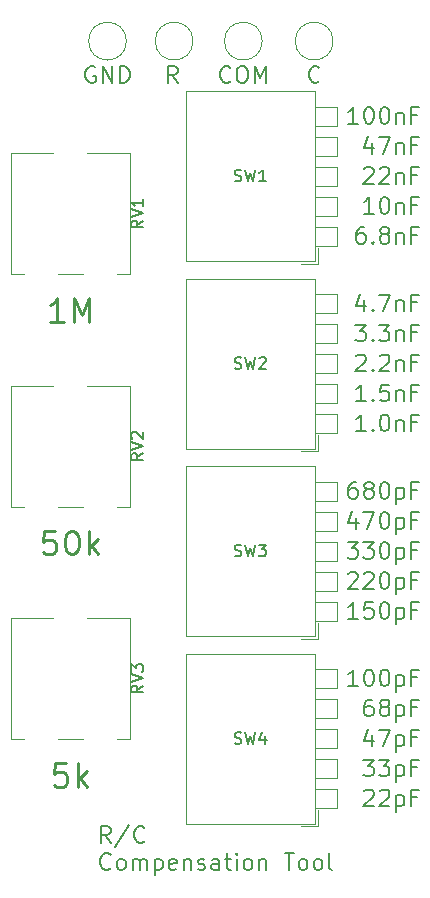
<source format=gto>
%TF.GenerationSoftware,KiCad,Pcbnew,5.1.9+dfsg1-1~bpo10+1*%
%TF.CreationDate,2021-11-14T11:55:08+01:00*%
%TF.ProjectId,compensation,636f6d70-656e-4736-9174-696f6e2e6b69,1.0*%
%TF.SameCoordinates,Original*%
%TF.FileFunction,Legend,Top*%
%TF.FilePolarity,Positive*%
%FSLAX46Y46*%
G04 Gerber Fmt 4.6, Leading zero omitted, Abs format (unit mm)*
G04 Created by KiCad (PCBNEW 5.1.9+dfsg1-1~bpo10+1) date 2021-11-14 11:55:08*
%MOMM*%
%LPD*%
G01*
G04 APERTURE LIST*
%ADD10C,0.200000*%
%ADD11C,0.250000*%
%ADD12C,0.150000*%
%ADD13C,0.120000*%
G04 APERTURE END LIST*
D10*
X76263333Y-147983333D02*
X75796666Y-147316666D01*
X75463333Y-147983333D02*
X75463333Y-146583333D01*
X75996666Y-146583333D01*
X76130000Y-146650000D01*
X76196666Y-146716666D01*
X76263333Y-146850000D01*
X76263333Y-147050000D01*
X76196666Y-147183333D01*
X76130000Y-147250000D01*
X75996666Y-147316666D01*
X75463333Y-147316666D01*
X77863333Y-146516666D02*
X76663333Y-148316666D01*
X79130000Y-147850000D02*
X79063333Y-147916666D01*
X78863333Y-147983333D01*
X78730000Y-147983333D01*
X78530000Y-147916666D01*
X78396666Y-147783333D01*
X78330000Y-147650000D01*
X78263333Y-147383333D01*
X78263333Y-147183333D01*
X78330000Y-146916666D01*
X78396666Y-146783333D01*
X78530000Y-146650000D01*
X78730000Y-146583333D01*
X78863333Y-146583333D01*
X79063333Y-146650000D01*
X79130000Y-146716666D01*
X76263333Y-150150000D02*
X76196666Y-150216666D01*
X75996666Y-150283333D01*
X75863333Y-150283333D01*
X75663333Y-150216666D01*
X75530000Y-150083333D01*
X75463333Y-149950000D01*
X75396666Y-149683333D01*
X75396666Y-149483333D01*
X75463333Y-149216666D01*
X75530000Y-149083333D01*
X75663333Y-148950000D01*
X75863333Y-148883333D01*
X75996666Y-148883333D01*
X76196666Y-148950000D01*
X76263333Y-149016666D01*
X77063333Y-150283333D02*
X76930000Y-150216666D01*
X76863333Y-150150000D01*
X76796666Y-150016666D01*
X76796666Y-149616666D01*
X76863333Y-149483333D01*
X76930000Y-149416666D01*
X77063333Y-149350000D01*
X77263333Y-149350000D01*
X77396666Y-149416666D01*
X77463333Y-149483333D01*
X77530000Y-149616666D01*
X77530000Y-150016666D01*
X77463333Y-150150000D01*
X77396666Y-150216666D01*
X77263333Y-150283333D01*
X77063333Y-150283333D01*
X78130000Y-150283333D02*
X78130000Y-149350000D01*
X78130000Y-149483333D02*
X78196666Y-149416666D01*
X78330000Y-149350000D01*
X78530000Y-149350000D01*
X78663333Y-149416666D01*
X78730000Y-149550000D01*
X78730000Y-150283333D01*
X78730000Y-149550000D02*
X78796666Y-149416666D01*
X78930000Y-149350000D01*
X79130000Y-149350000D01*
X79263333Y-149416666D01*
X79330000Y-149550000D01*
X79330000Y-150283333D01*
X79996666Y-149350000D02*
X79996666Y-150750000D01*
X79996666Y-149416666D02*
X80130000Y-149350000D01*
X80396666Y-149350000D01*
X80530000Y-149416666D01*
X80596666Y-149483333D01*
X80663333Y-149616666D01*
X80663333Y-150016666D01*
X80596666Y-150150000D01*
X80530000Y-150216666D01*
X80396666Y-150283333D01*
X80130000Y-150283333D01*
X79996666Y-150216666D01*
X81796666Y-150216666D02*
X81663333Y-150283333D01*
X81396666Y-150283333D01*
X81263333Y-150216666D01*
X81196666Y-150083333D01*
X81196666Y-149550000D01*
X81263333Y-149416666D01*
X81396666Y-149350000D01*
X81663333Y-149350000D01*
X81796666Y-149416666D01*
X81863333Y-149550000D01*
X81863333Y-149683333D01*
X81196666Y-149816666D01*
X82463333Y-149350000D02*
X82463333Y-150283333D01*
X82463333Y-149483333D02*
X82530000Y-149416666D01*
X82663333Y-149350000D01*
X82863333Y-149350000D01*
X82996666Y-149416666D01*
X83063333Y-149550000D01*
X83063333Y-150283333D01*
X83663333Y-150216666D02*
X83796666Y-150283333D01*
X84063333Y-150283333D01*
X84196666Y-150216666D01*
X84263333Y-150083333D01*
X84263333Y-150016666D01*
X84196666Y-149883333D01*
X84063333Y-149816666D01*
X83863333Y-149816666D01*
X83730000Y-149750000D01*
X83663333Y-149616666D01*
X83663333Y-149550000D01*
X83730000Y-149416666D01*
X83863333Y-149350000D01*
X84063333Y-149350000D01*
X84196666Y-149416666D01*
X85463333Y-150283333D02*
X85463333Y-149550000D01*
X85396666Y-149416666D01*
X85263333Y-149350000D01*
X84996666Y-149350000D01*
X84863333Y-149416666D01*
X85463333Y-150216666D02*
X85330000Y-150283333D01*
X84996666Y-150283333D01*
X84863333Y-150216666D01*
X84796666Y-150083333D01*
X84796666Y-149950000D01*
X84863333Y-149816666D01*
X84996666Y-149750000D01*
X85330000Y-149750000D01*
X85463333Y-149683333D01*
X85930000Y-149350000D02*
X86463333Y-149350000D01*
X86130000Y-148883333D02*
X86130000Y-150083333D01*
X86196666Y-150216666D01*
X86330000Y-150283333D01*
X86463333Y-150283333D01*
X86930000Y-150283333D02*
X86930000Y-149350000D01*
X86930000Y-148883333D02*
X86863333Y-148950000D01*
X86930000Y-149016666D01*
X86996666Y-148950000D01*
X86930000Y-148883333D01*
X86930000Y-149016666D01*
X87796666Y-150283333D02*
X87663333Y-150216666D01*
X87596666Y-150150000D01*
X87530000Y-150016666D01*
X87530000Y-149616666D01*
X87596666Y-149483333D01*
X87663333Y-149416666D01*
X87796666Y-149350000D01*
X87996666Y-149350000D01*
X88130000Y-149416666D01*
X88196666Y-149483333D01*
X88263333Y-149616666D01*
X88263333Y-150016666D01*
X88196666Y-150150000D01*
X88130000Y-150216666D01*
X87996666Y-150283333D01*
X87796666Y-150283333D01*
X88863333Y-149350000D02*
X88863333Y-150283333D01*
X88863333Y-149483333D02*
X88930000Y-149416666D01*
X89063333Y-149350000D01*
X89263333Y-149350000D01*
X89396666Y-149416666D01*
X89463333Y-149550000D01*
X89463333Y-150283333D01*
X90996666Y-148883333D02*
X91796666Y-148883333D01*
X91396666Y-150283333D02*
X91396666Y-148883333D01*
X92463333Y-150283333D02*
X92330000Y-150216666D01*
X92263333Y-150150000D01*
X92196666Y-150016666D01*
X92196666Y-149616666D01*
X92263333Y-149483333D01*
X92330000Y-149416666D01*
X92463333Y-149350000D01*
X92663333Y-149350000D01*
X92796666Y-149416666D01*
X92863333Y-149483333D01*
X92930000Y-149616666D01*
X92930000Y-150016666D01*
X92863333Y-150150000D01*
X92796666Y-150216666D01*
X92663333Y-150283333D01*
X92463333Y-150283333D01*
X93730000Y-150283333D02*
X93596666Y-150216666D01*
X93530000Y-150150000D01*
X93463333Y-150016666D01*
X93463333Y-149616666D01*
X93530000Y-149483333D01*
X93596666Y-149416666D01*
X93730000Y-149350000D01*
X93930000Y-149350000D01*
X94063333Y-149416666D01*
X94130000Y-149483333D01*
X94196666Y-149616666D01*
X94196666Y-150016666D01*
X94130000Y-150150000D01*
X94063333Y-150216666D01*
X93930000Y-150283333D01*
X93730000Y-150283333D01*
X94996666Y-150283333D02*
X94863333Y-150216666D01*
X94796666Y-150083333D01*
X94796666Y-148883333D01*
X93933333Y-83500000D02*
X93866666Y-83566666D01*
X93666666Y-83633333D01*
X93533333Y-83633333D01*
X93333333Y-83566666D01*
X93200000Y-83433333D01*
X93133333Y-83300000D01*
X93066666Y-83033333D01*
X93066666Y-82833333D01*
X93133333Y-82566666D01*
X93200000Y-82433333D01*
X93333333Y-82300000D01*
X93533333Y-82233333D01*
X93666666Y-82233333D01*
X93866666Y-82300000D01*
X93933333Y-82366666D01*
X86400000Y-83500000D02*
X86333333Y-83566666D01*
X86133333Y-83633333D01*
X86000000Y-83633333D01*
X85800000Y-83566666D01*
X85666666Y-83433333D01*
X85600000Y-83300000D01*
X85533333Y-83033333D01*
X85533333Y-82833333D01*
X85600000Y-82566666D01*
X85666666Y-82433333D01*
X85800000Y-82300000D01*
X86000000Y-82233333D01*
X86133333Y-82233333D01*
X86333333Y-82300000D01*
X86400000Y-82366666D01*
X87266666Y-82233333D02*
X87533333Y-82233333D01*
X87666666Y-82300000D01*
X87800000Y-82433333D01*
X87866666Y-82700000D01*
X87866666Y-83166666D01*
X87800000Y-83433333D01*
X87666666Y-83566666D01*
X87533333Y-83633333D01*
X87266666Y-83633333D01*
X87133333Y-83566666D01*
X87000000Y-83433333D01*
X86933333Y-83166666D01*
X86933333Y-82700000D01*
X87000000Y-82433333D01*
X87133333Y-82300000D01*
X87266666Y-82233333D01*
X88466666Y-83633333D02*
X88466666Y-82233333D01*
X88933333Y-83233333D01*
X89400000Y-82233333D01*
X89400000Y-83633333D01*
X81933333Y-83633333D02*
X81466666Y-82966666D01*
X81133333Y-83633333D02*
X81133333Y-82233333D01*
X81666666Y-82233333D01*
X81800000Y-82300000D01*
X81866666Y-82366666D01*
X81933333Y-82500000D01*
X81933333Y-82700000D01*
X81866666Y-82833333D01*
X81800000Y-82900000D01*
X81666666Y-82966666D01*
X81133333Y-82966666D01*
X74933333Y-82300000D02*
X74800000Y-82233333D01*
X74600000Y-82233333D01*
X74400000Y-82300000D01*
X74266666Y-82433333D01*
X74200000Y-82566666D01*
X74133333Y-82833333D01*
X74133333Y-83033333D01*
X74200000Y-83300000D01*
X74266666Y-83433333D01*
X74400000Y-83566666D01*
X74600000Y-83633333D01*
X74733333Y-83633333D01*
X74933333Y-83566666D01*
X75000000Y-83500000D01*
X75000000Y-83033333D01*
X74733333Y-83033333D01*
X75600000Y-83633333D02*
X75600000Y-82233333D01*
X76400000Y-83633333D01*
X76400000Y-82233333D01*
X77066666Y-83633333D02*
X77066666Y-82233333D01*
X77400000Y-82233333D01*
X77600000Y-82300000D01*
X77733333Y-82433333D01*
X77800000Y-82566666D01*
X77866666Y-82833333D01*
X77866666Y-83033333D01*
X77800000Y-83300000D01*
X77733333Y-83433333D01*
X77600000Y-83566666D01*
X77400000Y-83633333D01*
X77066666Y-83633333D01*
D11*
X71564285Y-121559761D02*
X70611904Y-121559761D01*
X70516666Y-122512142D01*
X70611904Y-122416904D01*
X70802380Y-122321666D01*
X71278571Y-122321666D01*
X71469047Y-122416904D01*
X71564285Y-122512142D01*
X71659523Y-122702619D01*
X71659523Y-123178809D01*
X71564285Y-123369285D01*
X71469047Y-123464523D01*
X71278571Y-123559761D01*
X70802380Y-123559761D01*
X70611904Y-123464523D01*
X70516666Y-123369285D01*
X72897619Y-121559761D02*
X73088095Y-121559761D01*
X73278571Y-121655000D01*
X73373809Y-121750238D01*
X73469047Y-121940714D01*
X73564285Y-122321666D01*
X73564285Y-122797857D01*
X73469047Y-123178809D01*
X73373809Y-123369285D01*
X73278571Y-123464523D01*
X73088095Y-123559761D01*
X72897619Y-123559761D01*
X72707142Y-123464523D01*
X72611904Y-123369285D01*
X72516666Y-123178809D01*
X72421428Y-122797857D01*
X72421428Y-122321666D01*
X72516666Y-121940714D01*
X72611904Y-121750238D01*
X72707142Y-121655000D01*
X72897619Y-121559761D01*
X74421428Y-123559761D02*
X74421428Y-121559761D01*
X74611904Y-122797857D02*
X75183333Y-123559761D01*
X75183333Y-122226428D02*
X74421428Y-122988333D01*
X72278571Y-103874761D02*
X71135714Y-103874761D01*
X71707142Y-103874761D02*
X71707142Y-101874761D01*
X71516666Y-102160476D01*
X71326190Y-102350952D01*
X71135714Y-102446190D01*
X73135714Y-103874761D02*
X73135714Y-101874761D01*
X73802380Y-103303333D01*
X74469047Y-101874761D01*
X74469047Y-103874761D01*
X72516666Y-141244761D02*
X71564285Y-141244761D01*
X71469047Y-142197142D01*
X71564285Y-142101904D01*
X71754761Y-142006666D01*
X72230952Y-142006666D01*
X72421428Y-142101904D01*
X72516666Y-142197142D01*
X72611904Y-142387619D01*
X72611904Y-142863809D01*
X72516666Y-143054285D01*
X72421428Y-143149523D01*
X72230952Y-143244761D01*
X71754761Y-143244761D01*
X71564285Y-143149523D01*
X71469047Y-143054285D01*
X73469047Y-143244761D02*
X73469047Y-141244761D01*
X73659523Y-142482857D02*
X74230952Y-143244761D01*
X74230952Y-141911428D02*
X73469047Y-142673333D01*
D12*
X98397500Y-88700000D02*
X98397500Y-89633333D01*
X98064166Y-88166666D02*
X97730833Y-89166666D01*
X98597500Y-89166666D01*
X98997500Y-88233333D02*
X99930833Y-88233333D01*
X99330833Y-89633333D01*
X100464166Y-88700000D02*
X100464166Y-89633333D01*
X100464166Y-88833333D02*
X100530833Y-88766666D01*
X100664166Y-88700000D01*
X100864166Y-88700000D01*
X100997500Y-88766666D01*
X101064166Y-88900000D01*
X101064166Y-89633333D01*
X102197500Y-88900000D02*
X101730833Y-88900000D01*
X101730833Y-89633333D02*
X101730833Y-88233333D01*
X102397500Y-88233333D01*
X98530833Y-94713333D02*
X97730833Y-94713333D01*
X98130833Y-94713333D02*
X98130833Y-93313333D01*
X97997500Y-93513333D01*
X97864166Y-93646666D01*
X97730833Y-93713333D01*
X99397500Y-93313333D02*
X99530833Y-93313333D01*
X99664166Y-93380000D01*
X99730833Y-93446666D01*
X99797500Y-93580000D01*
X99864166Y-93846666D01*
X99864166Y-94180000D01*
X99797500Y-94446666D01*
X99730833Y-94580000D01*
X99664166Y-94646666D01*
X99530833Y-94713333D01*
X99397500Y-94713333D01*
X99264166Y-94646666D01*
X99197500Y-94580000D01*
X99130833Y-94446666D01*
X99064166Y-94180000D01*
X99064166Y-93846666D01*
X99130833Y-93580000D01*
X99197500Y-93446666D01*
X99264166Y-93380000D01*
X99397500Y-93313333D01*
X100464166Y-93780000D02*
X100464166Y-94713333D01*
X100464166Y-93913333D02*
X100530833Y-93846666D01*
X100664166Y-93780000D01*
X100864166Y-93780000D01*
X100997500Y-93846666D01*
X101064166Y-93980000D01*
X101064166Y-94713333D01*
X102197500Y-93980000D02*
X101730833Y-93980000D01*
X101730833Y-94713333D02*
X101730833Y-93313333D01*
X102397500Y-93313333D01*
X97730833Y-90906666D02*
X97797500Y-90840000D01*
X97930833Y-90773333D01*
X98264166Y-90773333D01*
X98397500Y-90840000D01*
X98464166Y-90906666D01*
X98530833Y-91040000D01*
X98530833Y-91173333D01*
X98464166Y-91373333D01*
X97664166Y-92173333D01*
X98530833Y-92173333D01*
X99064166Y-90906666D02*
X99130833Y-90840000D01*
X99264166Y-90773333D01*
X99597500Y-90773333D01*
X99730833Y-90840000D01*
X99797500Y-90906666D01*
X99864166Y-91040000D01*
X99864166Y-91173333D01*
X99797500Y-91373333D01*
X98997500Y-92173333D01*
X99864166Y-92173333D01*
X100464166Y-91240000D02*
X100464166Y-92173333D01*
X100464166Y-91373333D02*
X100530833Y-91306666D01*
X100664166Y-91240000D01*
X100864166Y-91240000D01*
X100997500Y-91306666D01*
X101064166Y-91440000D01*
X101064166Y-92173333D01*
X102197500Y-91440000D02*
X101730833Y-91440000D01*
X101730833Y-92173333D02*
X101730833Y-90773333D01*
X102397500Y-90773333D01*
X97197500Y-87093333D02*
X96397500Y-87093333D01*
X96797500Y-87093333D02*
X96797500Y-85693333D01*
X96664166Y-85893333D01*
X96530833Y-86026666D01*
X96397500Y-86093333D01*
X98064166Y-85693333D02*
X98197500Y-85693333D01*
X98330833Y-85760000D01*
X98397500Y-85826666D01*
X98464166Y-85960000D01*
X98530833Y-86226666D01*
X98530833Y-86560000D01*
X98464166Y-86826666D01*
X98397500Y-86960000D01*
X98330833Y-87026666D01*
X98197500Y-87093333D01*
X98064166Y-87093333D01*
X97930833Y-87026666D01*
X97864166Y-86960000D01*
X97797500Y-86826666D01*
X97730833Y-86560000D01*
X97730833Y-86226666D01*
X97797500Y-85960000D01*
X97864166Y-85826666D01*
X97930833Y-85760000D01*
X98064166Y-85693333D01*
X99397500Y-85693333D02*
X99530833Y-85693333D01*
X99664166Y-85760000D01*
X99730833Y-85826666D01*
X99797500Y-85960000D01*
X99864166Y-86226666D01*
X99864166Y-86560000D01*
X99797500Y-86826666D01*
X99730833Y-86960000D01*
X99664166Y-87026666D01*
X99530833Y-87093333D01*
X99397500Y-87093333D01*
X99264166Y-87026666D01*
X99197500Y-86960000D01*
X99130833Y-86826666D01*
X99064166Y-86560000D01*
X99064166Y-86226666D01*
X99130833Y-85960000D01*
X99197500Y-85826666D01*
X99264166Y-85760000D01*
X99397500Y-85693333D01*
X100464166Y-86160000D02*
X100464166Y-87093333D01*
X100464166Y-86293333D02*
X100530833Y-86226666D01*
X100664166Y-86160000D01*
X100864166Y-86160000D01*
X100997500Y-86226666D01*
X101064166Y-86360000D01*
X101064166Y-87093333D01*
X102197500Y-86360000D02*
X101730833Y-86360000D01*
X101730833Y-87093333D02*
X101730833Y-85693333D01*
X102397500Y-85693333D01*
X97730833Y-95853333D02*
X97464166Y-95853333D01*
X97330833Y-95920000D01*
X97264166Y-95986666D01*
X97130833Y-96186666D01*
X97064166Y-96453333D01*
X97064166Y-96986666D01*
X97130833Y-97120000D01*
X97197500Y-97186666D01*
X97330833Y-97253333D01*
X97597500Y-97253333D01*
X97730833Y-97186666D01*
X97797500Y-97120000D01*
X97864166Y-96986666D01*
X97864166Y-96653333D01*
X97797500Y-96520000D01*
X97730833Y-96453333D01*
X97597500Y-96386666D01*
X97330833Y-96386666D01*
X97197500Y-96453333D01*
X97130833Y-96520000D01*
X97064166Y-96653333D01*
X98464166Y-97120000D02*
X98530833Y-97186666D01*
X98464166Y-97253333D01*
X98397500Y-97186666D01*
X98464166Y-97120000D01*
X98464166Y-97253333D01*
X99330833Y-96453333D02*
X99197500Y-96386666D01*
X99130833Y-96320000D01*
X99064166Y-96186666D01*
X99064166Y-96120000D01*
X99130833Y-95986666D01*
X99197500Y-95920000D01*
X99330833Y-95853333D01*
X99597500Y-95853333D01*
X99730833Y-95920000D01*
X99797500Y-95986666D01*
X99864166Y-96120000D01*
X99864166Y-96186666D01*
X99797500Y-96320000D01*
X99730833Y-96386666D01*
X99597500Y-96453333D01*
X99330833Y-96453333D01*
X99197500Y-96520000D01*
X99130833Y-96586666D01*
X99064166Y-96720000D01*
X99064166Y-96986666D01*
X99130833Y-97120000D01*
X99197500Y-97186666D01*
X99330833Y-97253333D01*
X99597500Y-97253333D01*
X99730833Y-97186666D01*
X99797500Y-97120000D01*
X99864166Y-96986666D01*
X99864166Y-96720000D01*
X99797500Y-96586666D01*
X99730833Y-96520000D01*
X99597500Y-96453333D01*
X100464166Y-96320000D02*
X100464166Y-97253333D01*
X100464166Y-96453333D02*
X100530833Y-96386666D01*
X100664166Y-96320000D01*
X100864166Y-96320000D01*
X100997500Y-96386666D01*
X101064166Y-96520000D01*
X101064166Y-97253333D01*
X102197500Y-96520000D02*
X101730833Y-96520000D01*
X101730833Y-97253333D02*
X101730833Y-95853333D01*
X102397500Y-95853333D01*
X97064166Y-106781666D02*
X97130833Y-106715000D01*
X97264166Y-106648333D01*
X97597500Y-106648333D01*
X97730833Y-106715000D01*
X97797500Y-106781666D01*
X97864166Y-106915000D01*
X97864166Y-107048333D01*
X97797500Y-107248333D01*
X96997500Y-108048333D01*
X97864166Y-108048333D01*
X98464166Y-107915000D02*
X98530833Y-107981666D01*
X98464166Y-108048333D01*
X98397500Y-107981666D01*
X98464166Y-107915000D01*
X98464166Y-108048333D01*
X99064166Y-106781666D02*
X99130833Y-106715000D01*
X99264166Y-106648333D01*
X99597500Y-106648333D01*
X99730833Y-106715000D01*
X99797500Y-106781666D01*
X99864166Y-106915000D01*
X99864166Y-107048333D01*
X99797500Y-107248333D01*
X98997500Y-108048333D01*
X99864166Y-108048333D01*
X100464166Y-107115000D02*
X100464166Y-108048333D01*
X100464166Y-107248333D02*
X100530833Y-107181666D01*
X100664166Y-107115000D01*
X100864166Y-107115000D01*
X100997500Y-107181666D01*
X101064166Y-107315000D01*
X101064166Y-108048333D01*
X102197500Y-107315000D02*
X101730833Y-107315000D01*
X101730833Y-108048333D02*
X101730833Y-106648333D01*
X102397500Y-106648333D01*
X97730833Y-102035000D02*
X97730833Y-102968333D01*
X97397500Y-101501666D02*
X97064166Y-102501666D01*
X97930833Y-102501666D01*
X98464166Y-102835000D02*
X98530833Y-102901666D01*
X98464166Y-102968333D01*
X98397500Y-102901666D01*
X98464166Y-102835000D01*
X98464166Y-102968333D01*
X98997500Y-101568333D02*
X99930833Y-101568333D01*
X99330833Y-102968333D01*
X100464166Y-102035000D02*
X100464166Y-102968333D01*
X100464166Y-102168333D02*
X100530833Y-102101666D01*
X100664166Y-102035000D01*
X100864166Y-102035000D01*
X100997500Y-102101666D01*
X101064166Y-102235000D01*
X101064166Y-102968333D01*
X102197500Y-102235000D02*
X101730833Y-102235000D01*
X101730833Y-102968333D02*
X101730833Y-101568333D01*
X102397500Y-101568333D01*
X96997500Y-104108333D02*
X97864166Y-104108333D01*
X97397500Y-104641666D01*
X97597500Y-104641666D01*
X97730833Y-104708333D01*
X97797500Y-104775000D01*
X97864166Y-104908333D01*
X97864166Y-105241666D01*
X97797500Y-105375000D01*
X97730833Y-105441666D01*
X97597500Y-105508333D01*
X97197500Y-105508333D01*
X97064166Y-105441666D01*
X96997500Y-105375000D01*
X98464166Y-105375000D02*
X98530833Y-105441666D01*
X98464166Y-105508333D01*
X98397500Y-105441666D01*
X98464166Y-105375000D01*
X98464166Y-105508333D01*
X98997500Y-104108333D02*
X99864166Y-104108333D01*
X99397500Y-104641666D01*
X99597500Y-104641666D01*
X99730833Y-104708333D01*
X99797500Y-104775000D01*
X99864166Y-104908333D01*
X99864166Y-105241666D01*
X99797500Y-105375000D01*
X99730833Y-105441666D01*
X99597500Y-105508333D01*
X99197500Y-105508333D01*
X99064166Y-105441666D01*
X98997500Y-105375000D01*
X100464166Y-104575000D02*
X100464166Y-105508333D01*
X100464166Y-104708333D02*
X100530833Y-104641666D01*
X100664166Y-104575000D01*
X100864166Y-104575000D01*
X100997500Y-104641666D01*
X101064166Y-104775000D01*
X101064166Y-105508333D01*
X102197500Y-104775000D02*
X101730833Y-104775000D01*
X101730833Y-105508333D02*
X101730833Y-104108333D01*
X102397500Y-104108333D01*
X97864166Y-110588333D02*
X97064166Y-110588333D01*
X97464166Y-110588333D02*
X97464166Y-109188333D01*
X97330833Y-109388333D01*
X97197500Y-109521666D01*
X97064166Y-109588333D01*
X98464166Y-110455000D02*
X98530833Y-110521666D01*
X98464166Y-110588333D01*
X98397500Y-110521666D01*
X98464166Y-110455000D01*
X98464166Y-110588333D01*
X99797500Y-109188333D02*
X99130833Y-109188333D01*
X99064166Y-109855000D01*
X99130833Y-109788333D01*
X99264166Y-109721666D01*
X99597500Y-109721666D01*
X99730833Y-109788333D01*
X99797500Y-109855000D01*
X99864166Y-109988333D01*
X99864166Y-110321666D01*
X99797500Y-110455000D01*
X99730833Y-110521666D01*
X99597500Y-110588333D01*
X99264166Y-110588333D01*
X99130833Y-110521666D01*
X99064166Y-110455000D01*
X100464166Y-109655000D02*
X100464166Y-110588333D01*
X100464166Y-109788333D02*
X100530833Y-109721666D01*
X100664166Y-109655000D01*
X100864166Y-109655000D01*
X100997500Y-109721666D01*
X101064166Y-109855000D01*
X101064166Y-110588333D01*
X102197500Y-109855000D02*
X101730833Y-109855000D01*
X101730833Y-110588333D02*
X101730833Y-109188333D01*
X102397500Y-109188333D01*
X97864166Y-113128333D02*
X97064166Y-113128333D01*
X97464166Y-113128333D02*
X97464166Y-111728333D01*
X97330833Y-111928333D01*
X97197500Y-112061666D01*
X97064166Y-112128333D01*
X98464166Y-112995000D02*
X98530833Y-113061666D01*
X98464166Y-113128333D01*
X98397500Y-113061666D01*
X98464166Y-112995000D01*
X98464166Y-113128333D01*
X99397500Y-111728333D02*
X99530833Y-111728333D01*
X99664166Y-111795000D01*
X99730833Y-111861666D01*
X99797500Y-111995000D01*
X99864166Y-112261666D01*
X99864166Y-112595000D01*
X99797500Y-112861666D01*
X99730833Y-112995000D01*
X99664166Y-113061666D01*
X99530833Y-113128333D01*
X99397500Y-113128333D01*
X99264166Y-113061666D01*
X99197500Y-112995000D01*
X99130833Y-112861666D01*
X99064166Y-112595000D01*
X99064166Y-112261666D01*
X99130833Y-111995000D01*
X99197500Y-111861666D01*
X99264166Y-111795000D01*
X99397500Y-111728333D01*
X100464166Y-112195000D02*
X100464166Y-113128333D01*
X100464166Y-112328333D02*
X100530833Y-112261666D01*
X100664166Y-112195000D01*
X100864166Y-112195000D01*
X100997500Y-112261666D01*
X101064166Y-112395000D01*
X101064166Y-113128333D01*
X102197500Y-112395000D02*
X101730833Y-112395000D01*
X101730833Y-113128333D02*
X101730833Y-111728333D01*
X102397500Y-111728333D01*
X96330833Y-122523333D02*
X97197500Y-122523333D01*
X96730833Y-123056666D01*
X96930833Y-123056666D01*
X97064166Y-123123333D01*
X97130833Y-123190000D01*
X97197500Y-123323333D01*
X97197500Y-123656666D01*
X97130833Y-123790000D01*
X97064166Y-123856666D01*
X96930833Y-123923333D01*
X96530833Y-123923333D01*
X96397500Y-123856666D01*
X96330833Y-123790000D01*
X97664166Y-122523333D02*
X98530833Y-122523333D01*
X98064166Y-123056666D01*
X98264166Y-123056666D01*
X98397500Y-123123333D01*
X98464166Y-123190000D01*
X98530833Y-123323333D01*
X98530833Y-123656666D01*
X98464166Y-123790000D01*
X98397500Y-123856666D01*
X98264166Y-123923333D01*
X97864166Y-123923333D01*
X97730833Y-123856666D01*
X97664166Y-123790000D01*
X99397500Y-122523333D02*
X99530833Y-122523333D01*
X99664166Y-122590000D01*
X99730833Y-122656666D01*
X99797500Y-122790000D01*
X99864166Y-123056666D01*
X99864166Y-123390000D01*
X99797500Y-123656666D01*
X99730833Y-123790000D01*
X99664166Y-123856666D01*
X99530833Y-123923333D01*
X99397500Y-123923333D01*
X99264166Y-123856666D01*
X99197500Y-123790000D01*
X99130833Y-123656666D01*
X99064166Y-123390000D01*
X99064166Y-123056666D01*
X99130833Y-122790000D01*
X99197500Y-122656666D01*
X99264166Y-122590000D01*
X99397500Y-122523333D01*
X100464166Y-122990000D02*
X100464166Y-124390000D01*
X100464166Y-123056666D02*
X100597500Y-122990000D01*
X100864166Y-122990000D01*
X100997500Y-123056666D01*
X101064166Y-123123333D01*
X101130833Y-123256666D01*
X101130833Y-123656666D01*
X101064166Y-123790000D01*
X100997500Y-123856666D01*
X100864166Y-123923333D01*
X100597500Y-123923333D01*
X100464166Y-123856666D01*
X102197500Y-123190000D02*
X101730833Y-123190000D01*
X101730833Y-123923333D02*
X101730833Y-122523333D01*
X102397500Y-122523333D01*
X97064166Y-117443333D02*
X96797500Y-117443333D01*
X96664166Y-117510000D01*
X96597500Y-117576666D01*
X96464166Y-117776666D01*
X96397500Y-118043333D01*
X96397500Y-118576666D01*
X96464166Y-118710000D01*
X96530833Y-118776666D01*
X96664166Y-118843333D01*
X96930833Y-118843333D01*
X97064166Y-118776666D01*
X97130833Y-118710000D01*
X97197500Y-118576666D01*
X97197500Y-118243333D01*
X97130833Y-118110000D01*
X97064166Y-118043333D01*
X96930833Y-117976666D01*
X96664166Y-117976666D01*
X96530833Y-118043333D01*
X96464166Y-118110000D01*
X96397500Y-118243333D01*
X97997500Y-118043333D02*
X97864166Y-117976666D01*
X97797500Y-117910000D01*
X97730833Y-117776666D01*
X97730833Y-117710000D01*
X97797500Y-117576666D01*
X97864166Y-117510000D01*
X97997500Y-117443333D01*
X98264166Y-117443333D01*
X98397500Y-117510000D01*
X98464166Y-117576666D01*
X98530833Y-117710000D01*
X98530833Y-117776666D01*
X98464166Y-117910000D01*
X98397500Y-117976666D01*
X98264166Y-118043333D01*
X97997500Y-118043333D01*
X97864166Y-118110000D01*
X97797500Y-118176666D01*
X97730833Y-118310000D01*
X97730833Y-118576666D01*
X97797500Y-118710000D01*
X97864166Y-118776666D01*
X97997500Y-118843333D01*
X98264166Y-118843333D01*
X98397500Y-118776666D01*
X98464166Y-118710000D01*
X98530833Y-118576666D01*
X98530833Y-118310000D01*
X98464166Y-118176666D01*
X98397500Y-118110000D01*
X98264166Y-118043333D01*
X99397500Y-117443333D02*
X99530833Y-117443333D01*
X99664166Y-117510000D01*
X99730833Y-117576666D01*
X99797500Y-117710000D01*
X99864166Y-117976666D01*
X99864166Y-118310000D01*
X99797500Y-118576666D01*
X99730833Y-118710000D01*
X99664166Y-118776666D01*
X99530833Y-118843333D01*
X99397500Y-118843333D01*
X99264166Y-118776666D01*
X99197500Y-118710000D01*
X99130833Y-118576666D01*
X99064166Y-118310000D01*
X99064166Y-117976666D01*
X99130833Y-117710000D01*
X99197500Y-117576666D01*
X99264166Y-117510000D01*
X99397500Y-117443333D01*
X100464166Y-117910000D02*
X100464166Y-119310000D01*
X100464166Y-117976666D02*
X100597500Y-117910000D01*
X100864166Y-117910000D01*
X100997500Y-117976666D01*
X101064166Y-118043333D01*
X101130833Y-118176666D01*
X101130833Y-118576666D01*
X101064166Y-118710000D01*
X100997500Y-118776666D01*
X100864166Y-118843333D01*
X100597500Y-118843333D01*
X100464166Y-118776666D01*
X102197500Y-118110000D02*
X101730833Y-118110000D01*
X101730833Y-118843333D02*
X101730833Y-117443333D01*
X102397500Y-117443333D01*
X97064166Y-120450000D02*
X97064166Y-121383333D01*
X96730833Y-119916666D02*
X96397500Y-120916666D01*
X97264166Y-120916666D01*
X97664166Y-119983333D02*
X98597500Y-119983333D01*
X97997500Y-121383333D01*
X99397500Y-119983333D02*
X99530833Y-119983333D01*
X99664166Y-120050000D01*
X99730833Y-120116666D01*
X99797500Y-120250000D01*
X99864166Y-120516666D01*
X99864166Y-120850000D01*
X99797500Y-121116666D01*
X99730833Y-121250000D01*
X99664166Y-121316666D01*
X99530833Y-121383333D01*
X99397500Y-121383333D01*
X99264166Y-121316666D01*
X99197500Y-121250000D01*
X99130833Y-121116666D01*
X99064166Y-120850000D01*
X99064166Y-120516666D01*
X99130833Y-120250000D01*
X99197500Y-120116666D01*
X99264166Y-120050000D01*
X99397500Y-119983333D01*
X100464166Y-120450000D02*
X100464166Y-121850000D01*
X100464166Y-120516666D02*
X100597500Y-120450000D01*
X100864166Y-120450000D01*
X100997500Y-120516666D01*
X101064166Y-120583333D01*
X101130833Y-120716666D01*
X101130833Y-121116666D01*
X101064166Y-121250000D01*
X100997500Y-121316666D01*
X100864166Y-121383333D01*
X100597500Y-121383333D01*
X100464166Y-121316666D01*
X102197500Y-120650000D02*
X101730833Y-120650000D01*
X101730833Y-121383333D02*
X101730833Y-119983333D01*
X102397500Y-119983333D01*
X96397500Y-125196666D02*
X96464166Y-125130000D01*
X96597500Y-125063333D01*
X96930833Y-125063333D01*
X97064166Y-125130000D01*
X97130833Y-125196666D01*
X97197500Y-125330000D01*
X97197500Y-125463333D01*
X97130833Y-125663333D01*
X96330833Y-126463333D01*
X97197500Y-126463333D01*
X97730833Y-125196666D02*
X97797500Y-125130000D01*
X97930833Y-125063333D01*
X98264166Y-125063333D01*
X98397500Y-125130000D01*
X98464166Y-125196666D01*
X98530833Y-125330000D01*
X98530833Y-125463333D01*
X98464166Y-125663333D01*
X97664166Y-126463333D01*
X98530833Y-126463333D01*
X99397500Y-125063333D02*
X99530833Y-125063333D01*
X99664166Y-125130000D01*
X99730833Y-125196666D01*
X99797500Y-125330000D01*
X99864166Y-125596666D01*
X99864166Y-125930000D01*
X99797500Y-126196666D01*
X99730833Y-126330000D01*
X99664166Y-126396666D01*
X99530833Y-126463333D01*
X99397500Y-126463333D01*
X99264166Y-126396666D01*
X99197500Y-126330000D01*
X99130833Y-126196666D01*
X99064166Y-125930000D01*
X99064166Y-125596666D01*
X99130833Y-125330000D01*
X99197500Y-125196666D01*
X99264166Y-125130000D01*
X99397500Y-125063333D01*
X100464166Y-125530000D02*
X100464166Y-126930000D01*
X100464166Y-125596666D02*
X100597500Y-125530000D01*
X100864166Y-125530000D01*
X100997500Y-125596666D01*
X101064166Y-125663333D01*
X101130833Y-125796666D01*
X101130833Y-126196666D01*
X101064166Y-126330000D01*
X100997500Y-126396666D01*
X100864166Y-126463333D01*
X100597500Y-126463333D01*
X100464166Y-126396666D01*
X102197500Y-125730000D02*
X101730833Y-125730000D01*
X101730833Y-126463333D02*
X101730833Y-125063333D01*
X102397500Y-125063333D01*
X97197500Y-129003333D02*
X96397500Y-129003333D01*
X96797500Y-129003333D02*
X96797500Y-127603333D01*
X96664166Y-127803333D01*
X96530833Y-127936666D01*
X96397500Y-128003333D01*
X98464166Y-127603333D02*
X97797500Y-127603333D01*
X97730833Y-128270000D01*
X97797500Y-128203333D01*
X97930833Y-128136666D01*
X98264166Y-128136666D01*
X98397500Y-128203333D01*
X98464166Y-128270000D01*
X98530833Y-128403333D01*
X98530833Y-128736666D01*
X98464166Y-128870000D01*
X98397500Y-128936666D01*
X98264166Y-129003333D01*
X97930833Y-129003333D01*
X97797500Y-128936666D01*
X97730833Y-128870000D01*
X99397500Y-127603333D02*
X99530833Y-127603333D01*
X99664166Y-127670000D01*
X99730833Y-127736666D01*
X99797500Y-127870000D01*
X99864166Y-128136666D01*
X99864166Y-128470000D01*
X99797500Y-128736666D01*
X99730833Y-128870000D01*
X99664166Y-128936666D01*
X99530833Y-129003333D01*
X99397500Y-129003333D01*
X99264166Y-128936666D01*
X99197500Y-128870000D01*
X99130833Y-128736666D01*
X99064166Y-128470000D01*
X99064166Y-128136666D01*
X99130833Y-127870000D01*
X99197500Y-127736666D01*
X99264166Y-127670000D01*
X99397500Y-127603333D01*
X100464166Y-128070000D02*
X100464166Y-129470000D01*
X100464166Y-128136666D02*
X100597500Y-128070000D01*
X100864166Y-128070000D01*
X100997500Y-128136666D01*
X101064166Y-128203333D01*
X101130833Y-128336666D01*
X101130833Y-128736666D01*
X101064166Y-128870000D01*
X100997500Y-128936666D01*
X100864166Y-129003333D01*
X100597500Y-129003333D01*
X100464166Y-128936666D01*
X102197500Y-128270000D02*
X101730833Y-128270000D01*
X101730833Y-129003333D02*
X101730833Y-127603333D01*
X102397500Y-127603333D01*
X97730833Y-143611666D02*
X97797500Y-143545000D01*
X97930833Y-143478333D01*
X98264166Y-143478333D01*
X98397500Y-143545000D01*
X98464166Y-143611666D01*
X98530833Y-143745000D01*
X98530833Y-143878333D01*
X98464166Y-144078333D01*
X97664166Y-144878333D01*
X98530833Y-144878333D01*
X99064166Y-143611666D02*
X99130833Y-143545000D01*
X99264166Y-143478333D01*
X99597500Y-143478333D01*
X99730833Y-143545000D01*
X99797500Y-143611666D01*
X99864166Y-143745000D01*
X99864166Y-143878333D01*
X99797500Y-144078333D01*
X98997500Y-144878333D01*
X99864166Y-144878333D01*
X100464166Y-143945000D02*
X100464166Y-145345000D01*
X100464166Y-144011666D02*
X100597500Y-143945000D01*
X100864166Y-143945000D01*
X100997500Y-144011666D01*
X101064166Y-144078333D01*
X101130833Y-144211666D01*
X101130833Y-144611666D01*
X101064166Y-144745000D01*
X100997500Y-144811666D01*
X100864166Y-144878333D01*
X100597500Y-144878333D01*
X100464166Y-144811666D01*
X102197500Y-144145000D02*
X101730833Y-144145000D01*
X101730833Y-144878333D02*
X101730833Y-143478333D01*
X102397500Y-143478333D01*
X97664166Y-140938333D02*
X98530833Y-140938333D01*
X98064166Y-141471666D01*
X98264166Y-141471666D01*
X98397500Y-141538333D01*
X98464166Y-141605000D01*
X98530833Y-141738333D01*
X98530833Y-142071666D01*
X98464166Y-142205000D01*
X98397500Y-142271666D01*
X98264166Y-142338333D01*
X97864166Y-142338333D01*
X97730833Y-142271666D01*
X97664166Y-142205000D01*
X98997500Y-140938333D02*
X99864166Y-140938333D01*
X99397500Y-141471666D01*
X99597500Y-141471666D01*
X99730833Y-141538333D01*
X99797500Y-141605000D01*
X99864166Y-141738333D01*
X99864166Y-142071666D01*
X99797500Y-142205000D01*
X99730833Y-142271666D01*
X99597500Y-142338333D01*
X99197500Y-142338333D01*
X99064166Y-142271666D01*
X98997500Y-142205000D01*
X100464166Y-141405000D02*
X100464166Y-142805000D01*
X100464166Y-141471666D02*
X100597500Y-141405000D01*
X100864166Y-141405000D01*
X100997500Y-141471666D01*
X101064166Y-141538333D01*
X101130833Y-141671666D01*
X101130833Y-142071666D01*
X101064166Y-142205000D01*
X100997500Y-142271666D01*
X100864166Y-142338333D01*
X100597500Y-142338333D01*
X100464166Y-142271666D01*
X102197500Y-141605000D02*
X101730833Y-141605000D01*
X101730833Y-142338333D02*
X101730833Y-140938333D01*
X102397500Y-140938333D01*
X98397500Y-138865000D02*
X98397500Y-139798333D01*
X98064166Y-138331666D02*
X97730833Y-139331666D01*
X98597500Y-139331666D01*
X98997500Y-138398333D02*
X99930833Y-138398333D01*
X99330833Y-139798333D01*
X100464166Y-138865000D02*
X100464166Y-140265000D01*
X100464166Y-138931666D02*
X100597500Y-138865000D01*
X100864166Y-138865000D01*
X100997500Y-138931666D01*
X101064166Y-138998333D01*
X101130833Y-139131666D01*
X101130833Y-139531666D01*
X101064166Y-139665000D01*
X100997500Y-139731666D01*
X100864166Y-139798333D01*
X100597500Y-139798333D01*
X100464166Y-139731666D01*
X102197500Y-139065000D02*
X101730833Y-139065000D01*
X101730833Y-139798333D02*
X101730833Y-138398333D01*
X102397500Y-138398333D01*
X98397500Y-135858333D02*
X98130833Y-135858333D01*
X97997500Y-135925000D01*
X97930833Y-135991666D01*
X97797500Y-136191666D01*
X97730833Y-136458333D01*
X97730833Y-136991666D01*
X97797500Y-137125000D01*
X97864166Y-137191666D01*
X97997500Y-137258333D01*
X98264166Y-137258333D01*
X98397500Y-137191666D01*
X98464166Y-137125000D01*
X98530833Y-136991666D01*
X98530833Y-136658333D01*
X98464166Y-136525000D01*
X98397500Y-136458333D01*
X98264166Y-136391666D01*
X97997500Y-136391666D01*
X97864166Y-136458333D01*
X97797500Y-136525000D01*
X97730833Y-136658333D01*
X99330833Y-136458333D02*
X99197500Y-136391666D01*
X99130833Y-136325000D01*
X99064166Y-136191666D01*
X99064166Y-136125000D01*
X99130833Y-135991666D01*
X99197500Y-135925000D01*
X99330833Y-135858333D01*
X99597500Y-135858333D01*
X99730833Y-135925000D01*
X99797500Y-135991666D01*
X99864166Y-136125000D01*
X99864166Y-136191666D01*
X99797500Y-136325000D01*
X99730833Y-136391666D01*
X99597500Y-136458333D01*
X99330833Y-136458333D01*
X99197500Y-136525000D01*
X99130833Y-136591666D01*
X99064166Y-136725000D01*
X99064166Y-136991666D01*
X99130833Y-137125000D01*
X99197500Y-137191666D01*
X99330833Y-137258333D01*
X99597500Y-137258333D01*
X99730833Y-137191666D01*
X99797500Y-137125000D01*
X99864166Y-136991666D01*
X99864166Y-136725000D01*
X99797500Y-136591666D01*
X99730833Y-136525000D01*
X99597500Y-136458333D01*
X100464166Y-136325000D02*
X100464166Y-137725000D01*
X100464166Y-136391666D02*
X100597500Y-136325000D01*
X100864166Y-136325000D01*
X100997500Y-136391666D01*
X101064166Y-136458333D01*
X101130833Y-136591666D01*
X101130833Y-136991666D01*
X101064166Y-137125000D01*
X100997500Y-137191666D01*
X100864166Y-137258333D01*
X100597500Y-137258333D01*
X100464166Y-137191666D01*
X102197500Y-136525000D02*
X101730833Y-136525000D01*
X101730833Y-137258333D02*
X101730833Y-135858333D01*
X102397500Y-135858333D01*
X97197500Y-134718333D02*
X96397500Y-134718333D01*
X96797500Y-134718333D02*
X96797500Y-133318333D01*
X96664166Y-133518333D01*
X96530833Y-133651666D01*
X96397500Y-133718333D01*
X98064166Y-133318333D02*
X98197500Y-133318333D01*
X98330833Y-133385000D01*
X98397500Y-133451666D01*
X98464166Y-133585000D01*
X98530833Y-133851666D01*
X98530833Y-134185000D01*
X98464166Y-134451666D01*
X98397500Y-134585000D01*
X98330833Y-134651666D01*
X98197500Y-134718333D01*
X98064166Y-134718333D01*
X97930833Y-134651666D01*
X97864166Y-134585000D01*
X97797500Y-134451666D01*
X97730833Y-134185000D01*
X97730833Y-133851666D01*
X97797500Y-133585000D01*
X97864166Y-133451666D01*
X97930833Y-133385000D01*
X98064166Y-133318333D01*
X99397500Y-133318333D02*
X99530833Y-133318333D01*
X99664166Y-133385000D01*
X99730833Y-133451666D01*
X99797500Y-133585000D01*
X99864166Y-133851666D01*
X99864166Y-134185000D01*
X99797500Y-134451666D01*
X99730833Y-134585000D01*
X99664166Y-134651666D01*
X99530833Y-134718333D01*
X99397500Y-134718333D01*
X99264166Y-134651666D01*
X99197500Y-134585000D01*
X99130833Y-134451666D01*
X99064166Y-134185000D01*
X99064166Y-133851666D01*
X99130833Y-133585000D01*
X99197500Y-133451666D01*
X99264166Y-133385000D01*
X99397500Y-133318333D01*
X100464166Y-133785000D02*
X100464166Y-135185000D01*
X100464166Y-133851666D02*
X100597500Y-133785000D01*
X100864166Y-133785000D01*
X100997500Y-133851666D01*
X101064166Y-133918333D01*
X101130833Y-134051666D01*
X101130833Y-134451666D01*
X101064166Y-134585000D01*
X100997500Y-134651666D01*
X100864166Y-134718333D01*
X100597500Y-134718333D01*
X100464166Y-134651666D01*
X102197500Y-133985000D02*
X101730833Y-133985000D01*
X101730833Y-134718333D02*
X101730833Y-133318333D01*
X102397500Y-133318333D01*
D13*
X95100781Y-80110000D02*
G75*
G03*
X95100781Y-80110000I-1600781J0D01*
G01*
X89100781Y-80110000D02*
G75*
G03*
X89100781Y-80110000I-1600781J0D01*
G01*
X83245781Y-80110000D02*
G75*
G03*
X83245781Y-80110000I-1600781J0D01*
G01*
X77600781Y-80110000D02*
G75*
G03*
X77600781Y-80110000I-1600781J0D01*
G01*
X67829000Y-99835000D02*
X67829000Y-89595000D01*
X77870000Y-99835000D02*
X77870000Y-89595000D01*
X67829000Y-99835000D02*
X68924000Y-99835000D01*
X71776000Y-99835000D02*
X73925000Y-99835000D01*
X76775000Y-99835000D02*
X77870000Y-99835000D01*
X67829000Y-89595000D02*
X71425000Y-89595000D01*
X74275000Y-89595000D02*
X77870000Y-89595000D01*
X67829000Y-139205000D02*
X67829000Y-128965000D01*
X77870000Y-139205000D02*
X77870000Y-128965000D01*
X67829000Y-139205000D02*
X68924000Y-139205000D01*
X71776000Y-139205000D02*
X73925000Y-139205000D01*
X76775000Y-139205000D02*
X77870000Y-139205000D01*
X67829000Y-128965000D02*
X71425000Y-128965000D01*
X74275000Y-128965000D02*
X77870000Y-128965000D01*
X67829000Y-119520000D02*
X67829000Y-109280000D01*
X77870000Y-119520000D02*
X77870000Y-109280000D01*
X67829000Y-119520000D02*
X68924000Y-119520000D01*
X71776000Y-119520000D02*
X73925000Y-119520000D01*
X76775000Y-119520000D02*
X77870000Y-119520000D01*
X67829000Y-109280000D02*
X71425000Y-109280000D01*
X74275000Y-109280000D02*
X77870000Y-109280000D01*
X93550000Y-146355000D02*
X82630000Y-146355000D01*
X93550000Y-131974000D02*
X82630000Y-131974000D01*
X93550000Y-146355000D02*
X93550000Y-131974000D01*
X82630000Y-146355000D02*
X82630000Y-131974000D01*
X93790000Y-146595000D02*
X92407000Y-146595000D01*
X93790000Y-146595000D02*
X93790000Y-145212000D01*
X95410000Y-145055000D02*
X93550000Y-145055000D01*
X95410000Y-143435000D02*
X93550000Y-143435000D01*
X95410000Y-145055000D02*
X95410000Y-143435000D01*
X93550000Y-145055000D02*
X93550000Y-143435000D01*
X95410000Y-142515000D02*
X93550000Y-142515000D01*
X95410000Y-140895000D02*
X93550000Y-140895000D01*
X95410000Y-142515000D02*
X95410000Y-140895000D01*
X93550000Y-142515000D02*
X93550000Y-140895000D01*
X95410000Y-139975000D02*
X93550000Y-139975000D01*
X95410000Y-138355000D02*
X93550000Y-138355000D01*
X95410000Y-139975000D02*
X95410000Y-138355000D01*
X93550000Y-139975000D02*
X93550000Y-138355000D01*
X95410000Y-137435000D02*
X93550000Y-137435000D01*
X95410000Y-135815000D02*
X93550000Y-135815000D01*
X95410000Y-137435000D02*
X95410000Y-135815000D01*
X93550000Y-137435000D02*
X93550000Y-135815000D01*
X95410000Y-134895000D02*
X93550000Y-134895000D01*
X95410000Y-133275000D02*
X93550000Y-133275000D01*
X95410000Y-134895000D02*
X95410000Y-133275000D01*
X93550000Y-134895000D02*
X93550000Y-133275000D01*
X93550000Y-130480000D02*
X82630000Y-130480000D01*
X93550000Y-116099000D02*
X82630000Y-116099000D01*
X93550000Y-130480000D02*
X93550000Y-116099000D01*
X82630000Y-130480000D02*
X82630000Y-116099000D01*
X93790000Y-130720000D02*
X92407000Y-130720000D01*
X93790000Y-130720000D02*
X93790000Y-129337000D01*
X95410000Y-129180000D02*
X93550000Y-129180000D01*
X95410000Y-127560000D02*
X93550000Y-127560000D01*
X95410000Y-129180000D02*
X95410000Y-127560000D01*
X93550000Y-129180000D02*
X93550000Y-127560000D01*
X95410000Y-126640000D02*
X93550000Y-126640000D01*
X95410000Y-125020000D02*
X93550000Y-125020000D01*
X95410000Y-126640000D02*
X95410000Y-125020000D01*
X93550000Y-126640000D02*
X93550000Y-125020000D01*
X95410000Y-124100000D02*
X93550000Y-124100000D01*
X95410000Y-122480000D02*
X93550000Y-122480000D01*
X95410000Y-124100000D02*
X95410000Y-122480000D01*
X93550000Y-124100000D02*
X93550000Y-122480000D01*
X95410000Y-121560000D02*
X93550000Y-121560000D01*
X95410000Y-119940000D02*
X93550000Y-119940000D01*
X95410000Y-121560000D02*
X95410000Y-119940000D01*
X93550000Y-121560000D02*
X93550000Y-119940000D01*
X95410000Y-119020000D02*
X93550000Y-119020000D01*
X95410000Y-117400000D02*
X93550000Y-117400000D01*
X95410000Y-119020000D02*
X95410000Y-117400000D01*
X93550000Y-119020000D02*
X93550000Y-117400000D01*
X93550000Y-114605000D02*
X82630000Y-114605000D01*
X93550000Y-100224000D02*
X82630000Y-100224000D01*
X93550000Y-114605000D02*
X93550000Y-100224000D01*
X82630000Y-114605000D02*
X82630000Y-100224000D01*
X93790000Y-114845000D02*
X92407000Y-114845000D01*
X93790000Y-114845000D02*
X93790000Y-113462000D01*
X95410000Y-113305000D02*
X93550000Y-113305000D01*
X95410000Y-111685000D02*
X93550000Y-111685000D01*
X95410000Y-113305000D02*
X95410000Y-111685000D01*
X93550000Y-113305000D02*
X93550000Y-111685000D01*
X95410000Y-110765000D02*
X93550000Y-110765000D01*
X95410000Y-109145000D02*
X93550000Y-109145000D01*
X95410000Y-110765000D02*
X95410000Y-109145000D01*
X93550000Y-110765000D02*
X93550000Y-109145000D01*
X95410000Y-108225000D02*
X93550000Y-108225000D01*
X95410000Y-106605000D02*
X93550000Y-106605000D01*
X95410000Y-108225000D02*
X95410000Y-106605000D01*
X93550000Y-108225000D02*
X93550000Y-106605000D01*
X95410000Y-105685000D02*
X93550000Y-105685000D01*
X95410000Y-104065000D02*
X93550000Y-104065000D01*
X95410000Y-105685000D02*
X95410000Y-104065000D01*
X93550000Y-105685000D02*
X93550000Y-104065000D01*
X95410000Y-103145000D02*
X93550000Y-103145000D01*
X95410000Y-101525000D02*
X93550000Y-101525000D01*
X95410000Y-103145000D02*
X95410000Y-101525000D01*
X93550000Y-103145000D02*
X93550000Y-101525000D01*
X93550000Y-98730000D02*
X82630000Y-98730000D01*
X93550000Y-84349000D02*
X82630000Y-84349000D01*
X93550000Y-98730000D02*
X93550000Y-84349000D01*
X82630000Y-98730000D02*
X82630000Y-84349000D01*
X93790000Y-98970000D02*
X92407000Y-98970000D01*
X93790000Y-98970000D02*
X93790000Y-97587000D01*
X95410000Y-97430000D02*
X93550000Y-97430000D01*
X95410000Y-95810000D02*
X93550000Y-95810000D01*
X95410000Y-97430000D02*
X95410000Y-95810000D01*
X93550000Y-97430000D02*
X93550000Y-95810000D01*
X95410000Y-94890000D02*
X93550000Y-94890000D01*
X95410000Y-93270000D02*
X93550000Y-93270000D01*
X95410000Y-94890000D02*
X95410000Y-93270000D01*
X93550000Y-94890000D02*
X93550000Y-93270000D01*
X95410000Y-92350000D02*
X93550000Y-92350000D01*
X95410000Y-90730000D02*
X93550000Y-90730000D01*
X95410000Y-92350000D02*
X95410000Y-90730000D01*
X93550000Y-92350000D02*
X93550000Y-90730000D01*
X95410000Y-89810000D02*
X93550000Y-89810000D01*
X95410000Y-88190000D02*
X93550000Y-88190000D01*
X95410000Y-89810000D02*
X95410000Y-88190000D01*
X93550000Y-89810000D02*
X93550000Y-88190000D01*
X95410000Y-87270000D02*
X93550000Y-87270000D01*
X95410000Y-85650000D02*
X93550000Y-85650000D01*
X95410000Y-87270000D02*
X95410000Y-85650000D01*
X93550000Y-87270000D02*
X93550000Y-85650000D01*
D12*
X79017380Y-95310238D02*
X78541190Y-95643571D01*
X79017380Y-95881666D02*
X78017380Y-95881666D01*
X78017380Y-95500714D01*
X78065000Y-95405476D01*
X78112619Y-95357857D01*
X78207857Y-95310238D01*
X78350714Y-95310238D01*
X78445952Y-95357857D01*
X78493571Y-95405476D01*
X78541190Y-95500714D01*
X78541190Y-95881666D01*
X78017380Y-95024523D02*
X79017380Y-94691190D01*
X78017380Y-94357857D01*
X79017380Y-93500714D02*
X79017380Y-94072142D01*
X79017380Y-93786428D02*
X78017380Y-93786428D01*
X78160238Y-93881666D01*
X78255476Y-93976904D01*
X78303095Y-94072142D01*
X79017380Y-134680238D02*
X78541190Y-135013571D01*
X79017380Y-135251666D02*
X78017380Y-135251666D01*
X78017380Y-134870714D01*
X78065000Y-134775476D01*
X78112619Y-134727857D01*
X78207857Y-134680238D01*
X78350714Y-134680238D01*
X78445952Y-134727857D01*
X78493571Y-134775476D01*
X78541190Y-134870714D01*
X78541190Y-135251666D01*
X78017380Y-134394523D02*
X79017380Y-134061190D01*
X78017380Y-133727857D01*
X78017380Y-133489761D02*
X78017380Y-132870714D01*
X78398333Y-133204047D01*
X78398333Y-133061190D01*
X78445952Y-132965952D01*
X78493571Y-132918333D01*
X78588809Y-132870714D01*
X78826904Y-132870714D01*
X78922142Y-132918333D01*
X78969761Y-132965952D01*
X79017380Y-133061190D01*
X79017380Y-133346904D01*
X78969761Y-133442142D01*
X78922142Y-133489761D01*
X79017380Y-114995238D02*
X78541190Y-115328571D01*
X79017380Y-115566666D02*
X78017380Y-115566666D01*
X78017380Y-115185714D01*
X78065000Y-115090476D01*
X78112619Y-115042857D01*
X78207857Y-114995238D01*
X78350714Y-114995238D01*
X78445952Y-115042857D01*
X78493571Y-115090476D01*
X78541190Y-115185714D01*
X78541190Y-115566666D01*
X78017380Y-114709523D02*
X79017380Y-114376190D01*
X78017380Y-114042857D01*
X78112619Y-113757142D02*
X78065000Y-113709523D01*
X78017380Y-113614285D01*
X78017380Y-113376190D01*
X78065000Y-113280952D01*
X78112619Y-113233333D01*
X78207857Y-113185714D01*
X78303095Y-113185714D01*
X78445952Y-113233333D01*
X79017380Y-113804761D01*
X79017380Y-113185714D01*
X86756666Y-139569761D02*
X86899523Y-139617380D01*
X87137619Y-139617380D01*
X87232857Y-139569761D01*
X87280476Y-139522142D01*
X87328095Y-139426904D01*
X87328095Y-139331666D01*
X87280476Y-139236428D01*
X87232857Y-139188809D01*
X87137619Y-139141190D01*
X86947142Y-139093571D01*
X86851904Y-139045952D01*
X86804285Y-138998333D01*
X86756666Y-138903095D01*
X86756666Y-138807857D01*
X86804285Y-138712619D01*
X86851904Y-138665000D01*
X86947142Y-138617380D01*
X87185238Y-138617380D01*
X87328095Y-138665000D01*
X87661428Y-138617380D02*
X87899523Y-139617380D01*
X88090000Y-138903095D01*
X88280476Y-139617380D01*
X88518571Y-138617380D01*
X89328095Y-138950714D02*
X89328095Y-139617380D01*
X89090000Y-138569761D02*
X88851904Y-139284047D01*
X89470952Y-139284047D01*
X86756666Y-123694761D02*
X86899523Y-123742380D01*
X87137619Y-123742380D01*
X87232857Y-123694761D01*
X87280476Y-123647142D01*
X87328095Y-123551904D01*
X87328095Y-123456666D01*
X87280476Y-123361428D01*
X87232857Y-123313809D01*
X87137619Y-123266190D01*
X86947142Y-123218571D01*
X86851904Y-123170952D01*
X86804285Y-123123333D01*
X86756666Y-123028095D01*
X86756666Y-122932857D01*
X86804285Y-122837619D01*
X86851904Y-122790000D01*
X86947142Y-122742380D01*
X87185238Y-122742380D01*
X87328095Y-122790000D01*
X87661428Y-122742380D02*
X87899523Y-123742380D01*
X88090000Y-123028095D01*
X88280476Y-123742380D01*
X88518571Y-122742380D01*
X88804285Y-122742380D02*
X89423333Y-122742380D01*
X89090000Y-123123333D01*
X89232857Y-123123333D01*
X89328095Y-123170952D01*
X89375714Y-123218571D01*
X89423333Y-123313809D01*
X89423333Y-123551904D01*
X89375714Y-123647142D01*
X89328095Y-123694761D01*
X89232857Y-123742380D01*
X88947142Y-123742380D01*
X88851904Y-123694761D01*
X88804285Y-123647142D01*
X86756666Y-107819761D02*
X86899523Y-107867380D01*
X87137619Y-107867380D01*
X87232857Y-107819761D01*
X87280476Y-107772142D01*
X87328095Y-107676904D01*
X87328095Y-107581666D01*
X87280476Y-107486428D01*
X87232857Y-107438809D01*
X87137619Y-107391190D01*
X86947142Y-107343571D01*
X86851904Y-107295952D01*
X86804285Y-107248333D01*
X86756666Y-107153095D01*
X86756666Y-107057857D01*
X86804285Y-106962619D01*
X86851904Y-106915000D01*
X86947142Y-106867380D01*
X87185238Y-106867380D01*
X87328095Y-106915000D01*
X87661428Y-106867380D02*
X87899523Y-107867380D01*
X88090000Y-107153095D01*
X88280476Y-107867380D01*
X88518571Y-106867380D01*
X88851904Y-106962619D02*
X88899523Y-106915000D01*
X88994761Y-106867380D01*
X89232857Y-106867380D01*
X89328095Y-106915000D01*
X89375714Y-106962619D01*
X89423333Y-107057857D01*
X89423333Y-107153095D01*
X89375714Y-107295952D01*
X88804285Y-107867380D01*
X89423333Y-107867380D01*
X86756666Y-91944761D02*
X86899523Y-91992380D01*
X87137619Y-91992380D01*
X87232857Y-91944761D01*
X87280476Y-91897142D01*
X87328095Y-91801904D01*
X87328095Y-91706666D01*
X87280476Y-91611428D01*
X87232857Y-91563809D01*
X87137619Y-91516190D01*
X86947142Y-91468571D01*
X86851904Y-91420952D01*
X86804285Y-91373333D01*
X86756666Y-91278095D01*
X86756666Y-91182857D01*
X86804285Y-91087619D01*
X86851904Y-91040000D01*
X86947142Y-90992380D01*
X87185238Y-90992380D01*
X87328095Y-91040000D01*
X87661428Y-90992380D02*
X87899523Y-91992380D01*
X88090000Y-91278095D01*
X88280476Y-91992380D01*
X88518571Y-90992380D01*
X89423333Y-91992380D02*
X88851904Y-91992380D01*
X89137619Y-91992380D02*
X89137619Y-90992380D01*
X89042380Y-91135238D01*
X88947142Y-91230476D01*
X88851904Y-91278095D01*
M02*

</source>
